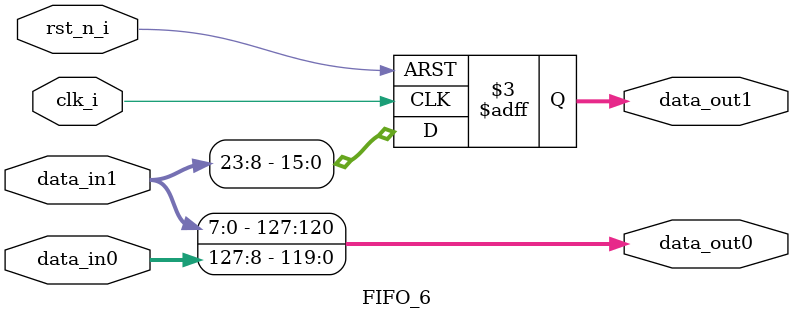
<source format=v>
module FIFO_6(
input clk_i,
input rst_n_i,
input wire [127:0]data_in0,
input wire [23:0]data_in1,
output wire [127:0]data_out0,
output reg [15:0]data_out1
);

always@(posedge clk_i or negedge rst_n_i)
begin
    if(!rst_n_i)
    begin
        data_out1 <= 0;
    end
    else
    begin
        data_out1 <= data_in1[23:8];
    end
end

assign data_out0 = { data_in1[7:0] , data_in0[127:8] };

endmodule


</source>
